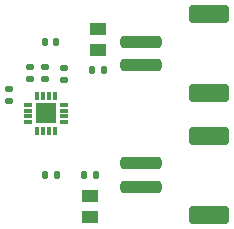
<source format=gbr>
%TF.GenerationSoftware,KiCad,Pcbnew,7.0.2-0*%
%TF.CreationDate,2024-01-11T17:10:39-05:00*%
%TF.ProjectId,SolarCharger_v2,536f6c61-7243-4686-9172-6765725f7632,2*%
%TF.SameCoordinates,Original*%
%TF.FileFunction,Paste,Top*%
%TF.FilePolarity,Positive*%
%FSLAX46Y46*%
G04 Gerber Fmt 4.6, Leading zero omitted, Abs format (unit mm)*
G04 Created by KiCad (PCBNEW 7.0.2-0) date 2024-01-11 17:10:39*
%MOMM*%
%LPD*%
G01*
G04 APERTURE LIST*
G04 Aperture macros list*
%AMRoundRect*
0 Rectangle with rounded corners*
0 $1 Rounding radius*
0 $2 $3 $4 $5 $6 $7 $8 $9 X,Y pos of 4 corners*
0 Add a 4 corners polygon primitive as box body*
4,1,4,$2,$3,$4,$5,$6,$7,$8,$9,$2,$3,0*
0 Add four circle primitives for the rounded corners*
1,1,$1+$1,$2,$3*
1,1,$1+$1,$4,$5*
1,1,$1+$1,$6,$7*
1,1,$1+$1,$8,$9*
0 Add four rect primitives between the rounded corners*
20,1,$1+$1,$2,$3,$4,$5,0*
20,1,$1+$1,$4,$5,$6,$7,0*
20,1,$1+$1,$6,$7,$8,$9,0*
20,1,$1+$1,$8,$9,$2,$3,0*%
G04 Aperture macros list end*
%ADD10RoundRect,0.250000X1.500000X-0.250000X1.500000X0.250000X-1.500000X0.250000X-1.500000X-0.250000X0*%
%ADD11RoundRect,0.250001X1.449999X-0.499999X1.449999X0.499999X-1.449999X0.499999X-1.449999X-0.499999X0*%
%ADD12R,1.400000X1.000000*%
%ADD13RoundRect,0.140000X0.140000X0.170000X-0.140000X0.170000X-0.140000X-0.170000X0.140000X-0.170000X0*%
%ADD14RoundRect,0.135000X-0.185000X0.135000X-0.185000X-0.135000X0.185000X-0.135000X0.185000X0.135000X0*%
%ADD15RoundRect,0.135000X0.135000X0.185000X-0.135000X0.185000X-0.135000X-0.185000X0.135000X-0.185000X0*%
%ADD16RoundRect,0.135000X0.185000X-0.135000X0.185000X0.135000X-0.185000X0.135000X-0.185000X-0.135000X0*%
%ADD17R,0.800000X0.300000*%
%ADD18R,0.300000X0.800000*%
%ADD19R,1.750000X1.750000*%
G04 APERTURE END LIST*
D10*
%TO.C,J2*%
X169367200Y-80790800D03*
X169367200Y-78790800D03*
D11*
X175117200Y-83140800D03*
X175117200Y-76440800D03*
%TD*%
D12*
%TO.C,D1*%
X165100000Y-83334000D03*
X165100000Y-81534000D03*
%TD*%
D13*
%TO.C,C2*%
X162250000Y-79806800D03*
X161290000Y-79806800D03*
%TD*%
D14*
%TO.C,R3*%
X161239200Y-70662800D03*
X161239200Y-71682800D03*
%TD*%
D12*
%TO.C,D2*%
X165760400Y-67440400D03*
X165760400Y-69240400D03*
%TD*%
D10*
%TO.C,J3*%
X169362000Y-70494400D03*
X169362000Y-68494400D03*
D11*
X175112000Y-72844400D03*
X175112000Y-66144400D03*
%TD*%
D13*
%TO.C,C1*%
X162204400Y-68529200D03*
X161244400Y-68529200D03*
%TD*%
D15*
%TO.C,R6*%
X166272400Y-70916800D03*
X165252400Y-70916800D03*
%TD*%
%TO.C,R5*%
X165557200Y-79756000D03*
X164537200Y-79756000D03*
%TD*%
D16*
%TO.C,R4*%
X162864800Y-71733600D03*
X162864800Y-70713600D03*
%TD*%
D17*
%TO.C,IC1*%
X159840800Y-73824400D03*
X159840800Y-74324400D03*
X159840800Y-74824400D03*
X159840800Y-75324400D03*
D18*
X160590800Y-76074400D03*
X161090800Y-76074400D03*
X161590800Y-76074400D03*
X162090800Y-76074400D03*
D17*
X162840800Y-75324400D03*
X162840800Y-74824400D03*
X162840800Y-74324400D03*
X162840800Y-73824400D03*
D18*
X162090800Y-73074400D03*
X161590800Y-73074400D03*
X161090800Y-73074400D03*
X160590800Y-73074400D03*
D19*
X161340800Y-74574400D03*
%TD*%
D14*
%TO.C,R1*%
X158242000Y-72487600D03*
X158242000Y-73507600D03*
%TD*%
D16*
%TO.C,R2*%
X160020000Y-71682800D03*
X160020000Y-70662800D03*
%TD*%
M02*

</source>
